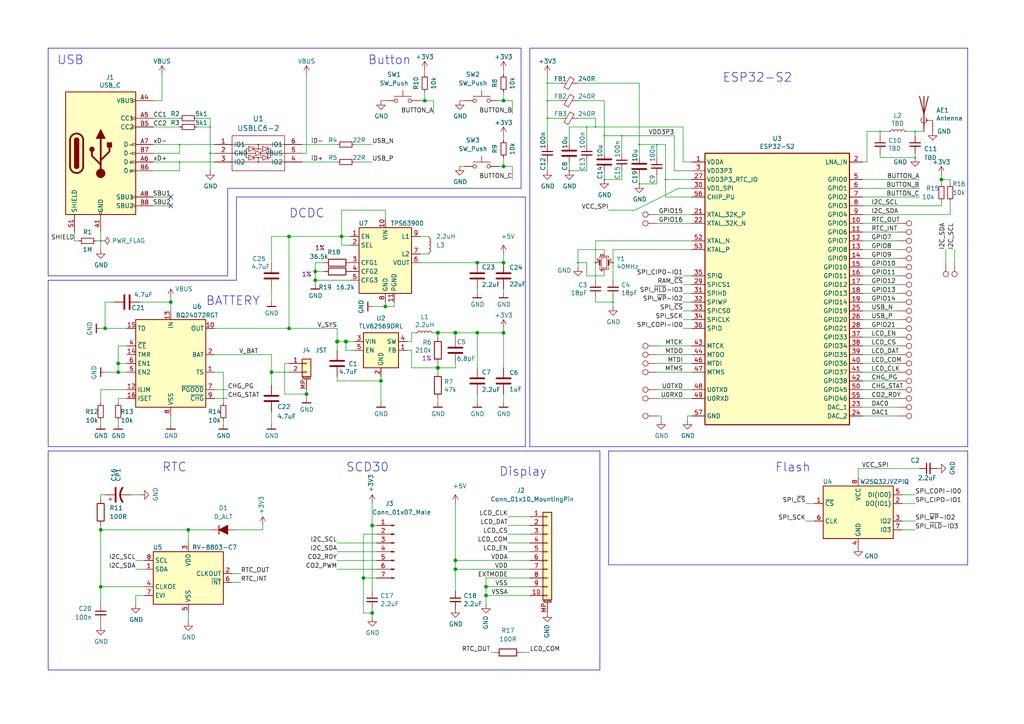
<source format=kicad_sch>
(kicad_sch (version 20230121) (generator eeschema)
  (paper "A4")
  (title_block (title "ESP32s2 CO2 Monitor") (date "2020-12-26") (rev "r1.0") (company "GsD - @gregdavill"))
  (bus_alias "GPDI" (members "CK_N" "CK_P" "D0_N" "D0_P" "D1_N" "D1_P" "D2_N" "D2_P"))
  (junction (at 185.42 41.91) (diameter 0.3048))
  (junction (at 170.18 36.83) (diameter 0.3048))
  (junction (at 146.05 29.21) (diameter 0.9144))
  (junction (at 99.06 68.58) (diameter 0.9144))
  (junction (at 29.21 153.67) (diameter 0.9144))
  (junction (at 146.05 76.2) (diameter 0.9144))
  (junction (at 29.21 69.85) (diameter 0.3048))
  (junction (at 140.97 170.18) (diameter 0.9144))
  (junction (at 132.08 165.1) (diameter 0.9144))
  (junction (at 175.26 39.37) (diameter 0.3048))
  (junction (at 146.05 96.52) (diameter 0.9144))
  (junction (at 123.19 29.21) (diameter 0.9144))
  (junction (at 167.64 76.2) (diameter 0.3048))
  (junction (at 91.44 78.74) (diameter 0.9144))
  (junction (at 146.05 48.26) (diameter 0.9144))
  (junction (at 78.74 107.95) (diameter 0.9144))
  (junction (at 30.48 95.25) (diameter 0.9144))
  (junction (at 140.97 172.72) (diameter 0.9144))
  (junction (at 34.29 107.95) (diameter 0.9144))
  (junction (at 100.33 99.06) (diameter 1.016))
  (junction (at 60.96 36.83) (diameter 0.3048))
  (junction (at 107.95 177.8) (diameter 0.9144))
  (junction (at 97.79 99.06) (diameter 1.016))
  (junction (at 91.44 81.28) (diameter 0.9144))
  (junction (at 158.75 24.13) (diameter 0.3048))
  (junction (at 127 96.52) (diameter 1))
  (junction (at 172.72 76.2) (diameter 0.3048))
  (junction (at 54.61 153.67) (diameter 0.9144))
  (junction (at 177.8 76.2) (diameter 0.3048))
  (junction (at 132.08 96.52) (diameter 1))
  (junction (at 158.75 34.29) (diameter 0.3048))
  (junction (at 265.43 45.72) (diameter 0.3048))
  (junction (at 107.95 152.4) (diameter 0.9144))
  (junction (at 127 106.68) (diameter 1.016))
  (junction (at 255.27 38.1) (diameter 0.3048))
  (junction (at 49.53 87.63) (diameter 0.9144))
  (junction (at 138.43 76.2) (diameter 0.9144))
  (junction (at 172.72 36.83) (diameter 0.3048))
  (junction (at 83.82 68.58) (diameter 0.9144))
  (junction (at 190.5 41.91) (diameter 0.3048))
  (junction (at 60.96 44.45) (diameter 0.3048))
  (junction (at 132.08 162.56) (diameter 0.9144))
  (junction (at 175.26 52.07) (diameter 0.3048))
  (junction (at 185.42 53.34) (diameter 0.3048))
  (junction (at 158.75 29.21) (diameter 0.3048))
  (junction (at 105.41 167.64) (diameter 0.9144))
  (junction (at 273.05 52.07) (diameter 0.9144))
  (junction (at 193.04 52.07) (diameter 0.3048))
  (junction (at 265.43 38.1) (diameter 0.3048))
  (junction (at 138.43 96.52) (diameter 0.9144))
  (junction (at 52.07 41.91) (diameter 0.3048))
  (junction (at 52.07 46.99) (diameter 0.3048))
  (junction (at 177.8 87.63) (diameter 0.3048))
  (junction (at 110.49 110.49) (diameter 0.9144))
  (junction (at 165.1 49.53) (diameter 0.3048))
  (junction (at 83.82 95.25) (diameter 0.9144))
  (junction (at 180.34 39.37) (diameter 0.3048))
  (junction (at 111.76 88.9) (diameter 0.9144))
  (junction (at 34.29 105.41) (diameter 0.9144))
  (junction (at 88.9 114.3) (diameter 0.9144))
  (junction (at 29.21 170.18) (diameter 0.9144))
  (no_connect (at 49.53 59.69))
  (no_connect (at 49.53 57.15))
  (wire (pts (xy 273.05 59.69) (xy 273.05 58.42)))
  (wire (pts (xy 147.32 160.02) (xy 153.67 160.02)))
  (wire (pts (xy 191.77 120.65) (xy 191.77 121.92)))
  (wire (pts (xy 200.66 82.55) (xy 198.12 82.55)))
  (wire (pts (xy 44.45 49.53) (xy 52.07 49.53)))
  (wire (pts (xy 91.44 81.28) (xy 91.44 82.55)))
  (wire (pts (xy 184.15 60.96) (xy 196.85 54.61)))
  (wire (pts (xy 125.73 96.52) (xy 127 96.52)))
  (wire (pts (xy 127 115.57) (xy 127 116.84)))
  (wire (pts (xy 275.59 52.07) (xy 275.59 53.34)))
  (wire (pts (xy 165.1 49.53) (xy 170.18 49.53)))
  (wire (pts (xy 127 96.52) (xy 132.08 96.52)))
  (wire (pts (xy 250.19 77.47) (xy 260.35 77.47)))
  (wire (pts (xy 273.05 52.07) (xy 273.05 53.34)))
  (wire (pts (xy 165.1 46.99) (xy 165.1 49.53)))
  (wire (pts (xy 251.46 38.1) (xy 255.27 38.1)))
  (wire (pts (xy 87.63 44.45) (xy 88.9 44.45)))
  (wire (pts (xy 177.8 87.63) (xy 177.8 88.9)))
  (wire (pts (xy 193.04 57.15) (xy 193.04 52.07)))
  (wire (pts (xy 36.83 115.57) (xy 34.29 115.57)))
  (wire (pts (xy 52.07 46.99) (xy 62.23 46.99)))
  (wire (pts (xy 146.05 73.66) (xy 146.05 76.2)))
  (wire (pts (xy 36.83 100.33) (xy 34.29 100.33)))
  (wire (pts (xy 34.29 105.41) (xy 34.29 107.95)))
  (wire (pts (xy 52.07 44.45) (xy 52.07 41.91)))
  (wire (pts (xy 190.5 41.91) (xy 190.5 45.72)))
  (wire (pts (xy 185.42 53.34) (xy 190.5 53.34)))
  (wire (pts (xy 185.42 45.72) (xy 185.42 41.91)))
  (wire (pts (xy 165.1 36.83) (xy 170.18 36.83)))
  (wire (pts (xy 54.61 177.8) (xy 54.61 180.34)))
  (wire (pts (xy 21.59 67.31) (xy 21.59 69.85)))
  (wire (pts (xy 111.76 29.21) (xy 110.49 29.21)))
  (wire (pts (xy 111.76 60.96) (xy 99.06 60.96)))
  (wire (pts (xy 250.19 57.15) (xy 266.7 57.15)))
  (wire (pts (xy 36.83 113.03) (xy 29.21 113.03)))
  (polyline (pts (xy 176.53 130.81) (xy 280.67 130.81)) (stroke (width 0) (type solid)))
  (wire (pts (xy 146.05 39.37) (xy 146.05 40.64)))
  (wire (pts (xy 200.66 87.63) (xy 198.12 87.63)))
  (wire (pts (xy 110.49 109.22) (xy 110.49 110.49)))
  (wire (pts (xy 132.08 146.05) (xy 132.08 162.56)))
  (wire (pts (xy 105.41 167.64) (xy 109.22 167.64)))
  (wire (pts (xy 29.21 113.03) (xy 29.21 116.84)))
  (wire (pts (xy 60.96 153.67) (xy 54.61 153.67)))
  (wire (pts (xy 52.07 41.91) (xy 62.23 41.91)))
  (wire (pts (xy 119.38 96.52) (xy 120.65 96.52)))
  (wire (pts (xy 200.66 95.25) (xy 198.12 95.25)))
  (wire (pts (xy 132.08 96.52) (xy 138.43 96.52)))
  (polyline (pts (xy 152.4 80.01) (xy 152.4 57.15)) (stroke (width 0) (type solid)))
  (polyline (pts (xy 13.97 194.31) (xy 13.97 130.81)) (stroke (width 0) (type solid)))
  (polyline (pts (xy 152.4 129.54) (xy 113.03 129.54)) (stroke (width 0) (type solid)))
  (wire (pts (xy 127 106.68) (xy 119.38 106.68)))
  (wire (pts (xy 67.31 168.91) (xy 69.85 168.91)))
  (wire (pts (xy 82.55 114.3) (xy 88.9 114.3)))
  (wire (pts (xy 250.19 46.99) (xy 251.46 46.99)))
  (wire (pts (xy 39.37 165.1) (xy 41.91 165.1)))
  (wire (pts (xy 261.62 146.05) (xy 265.43 146.05)))
  (polyline (pts (xy 113.03 194.31) (xy 13.97 194.31)) (stroke (width 0) (type solid)))
  (wire (pts (xy 196.85 54.61) (xy 200.66 54.61)))
  (wire (pts (xy 190.5 115.57) (xy 200.66 115.57)))
  (wire (pts (xy 274.32 76.2) (xy 274.32 72.39)))
  (wire (pts (xy 82.55 105.41) (xy 82.55 114.3)))
  (wire (pts (xy 107.95 177.8) (xy 107.95 176.53)))
  (wire (pts (xy 261.62 151.13) (xy 265.43 151.13)))
  (wire (pts (xy 105.41 177.8) (xy 107.95 177.8)))
  (polyline (pts (xy 13.97 13.97) (xy 151.13 13.97)) (stroke (width 0) (type solid)))
  (wire (pts (xy 138.43 76.2) (xy 146.05 76.2)))
  (wire (pts (xy 132.08 165.1) (xy 153.67 165.1)))
  (wire (pts (xy 175.26 29.21) (xy 175.26 39.37)))
  (wire (pts (xy 151.13 189.23) (xy 153.67 189.23)))
  (wire (pts (xy 111.76 63.5) (xy 111.76 60.96)))
  (wire (pts (xy 78.74 68.58) (xy 78.74 76.2)))
  (wire (pts (xy 147.32 152.4) (xy 153.67 152.4)))
  (wire (pts (xy 167.64 29.21) (xy 175.26 29.21)))
  (wire (pts (xy 250.19 69.85) (xy 260.35 69.85)))
  (wire (pts (xy 127 105.41) (xy 127 106.68)))
  (wire (pts (xy 102.87 101.6) (xy 100.33 101.6)))
  (wire (pts (xy 97.79 162.56) (xy 109.22 162.56)))
  (wire (pts (xy 190.5 100.33) (xy 200.66 100.33)))
  (wire (pts (xy 38.1 143.51) (xy 40.64 143.51)))
  (polyline (pts (xy 151.13 13.97) (xy 151.13 54.61)) (stroke (width 0) (type solid)))
  (wire (pts (xy 44.45 34.29) (xy 52.07 34.29)))
  (wire (pts (xy 132.08 165.1) (xy 132.08 162.56)))
  (wire (pts (xy 170.18 80.01) (xy 170.18 76.2)))
  (polyline (pts (xy 151.13 54.61) (xy 66.04 54.61)) (stroke (width 0) (type solid)))
  (wire (pts (xy 175.26 44.45) (xy 175.26 39.37)))
  (wire (pts (xy 78.74 107.95) (xy 78.74 111.76)))
  (wire (pts (xy 91.44 78.74) (xy 93.98 78.74)))
  (wire (pts (xy 99.06 71.12) (xy 99.06 68.58)))
  (wire (pts (xy 250.19 97.79) (xy 260.35 97.79)))
  (wire (pts (xy 255.27 39.37) (xy 255.27 38.1)))
  (polyline (pts (xy 13.97 81.28) (xy 13.97 129.54)) (stroke (width 0) (type solid)))
  (wire (pts (xy 29.21 153.67) (xy 29.21 170.18)))
  (wire (pts (xy 119.38 99.06) (xy 118.11 99.06)))
  (wire (pts (xy 119.38 96.52) (xy 119.38 99.06)))
  (wire (pts (xy 195.58 49.53) (xy 200.66 49.53)))
  (wire (pts (xy 138.43 96.52) (xy 138.43 106.68)))
  (wire (pts (xy 101.6 71.12) (xy 99.06 71.12)))
  (wire (pts (xy 44.45 57.15) (xy 49.53 57.15)))
  (wire (pts (xy 265.43 44.45) (xy 265.43 45.72)))
  (wire (pts (xy 177.8 81.28) (xy 177.8 76.2)))
  (wire (pts (xy 144.78 29.21) (xy 146.05 29.21)))
  (wire (pts (xy 200.66 80.01) (xy 198.12 80.01)))
  (wire (pts (xy 49.53 120.65) (xy 49.53 123.19)))
  (wire (pts (xy 91.44 76.2) (xy 91.44 78.74)))
  (wire (pts (xy 172.72 69.85) (xy 200.66 69.85)))
  (wire (pts (xy 199.39 120.65) (xy 200.66 120.65)))
  (wire (pts (xy 97.79 110.49) (xy 110.49 110.49)))
  (wire (pts (xy 54.61 153.67) (xy 29.21 153.67)))
  (polyline (pts (xy 280.67 13.97) (xy 280.67 129.54)) (stroke (width 0) (type solid)))
  (polyline (pts (xy 66.04 54.61) (xy 66.04 80.01)) (stroke (width 0) (type solid)))
  (wire (pts (xy 158.75 49.53) (xy 158.75 46.99)))
  (wire (pts (xy 198.12 46.99) (xy 198.12 36.83)))
  (wire (pts (xy 36.83 105.41) (xy 34.29 105.41)))
  (wire (pts (xy 261.62 143.51) (xy 265.43 143.51)))
  (wire (pts (xy 121.92 29.21) (xy 123.19 29.21)))
  (wire (pts (xy 78.74 68.58) (xy 83.82 68.58)))
  (polyline (pts (xy 152.4 130.81) (xy 152.4 130.81)) (stroke (width 0) (type solid)))
  (wire (pts (xy 193.04 52.07) (xy 193.04 41.91)))
  (wire (pts (xy 44.45 29.21) (xy 46.99 29.21)))
  (wire (pts (xy 172.72 76.2) (xy 172.72 69.85)))
  (wire (pts (xy 146.05 48.26) (xy 148.59 48.26)))
  (wire (pts (xy 29.21 144.78) (xy 29.21 143.51)))
  (wire (pts (xy 110.49 110.49) (xy 110.49 116.84)))
  (wire (pts (xy 30.48 95.25) (xy 36.83 95.25)))
  (wire (pts (xy 190.5 102.87) (xy 200.66 102.87)))
  (wire (pts (xy 177.8 72.39) (xy 200.66 72.39)))
  (wire (pts (xy 78.74 107.95) (xy 78.74 102.87)))
  (wire (pts (xy 60.96 34.29) (xy 60.96 36.83)))
  (wire (pts (xy 97.79 95.25) (xy 97.79 99.06)))
  (wire (pts (xy 83.82 95.25) (xy 97.79 95.25)))
  (wire (pts (xy 172.72 87.63) (xy 177.8 87.63)))
  (wire (pts (xy 64.77 107.95) (xy 62.23 107.95)))
  (wire (pts (xy 44.45 46.99) (xy 52.07 46.99)))
  (wire (pts (xy 250.19 82.55) (xy 260.35 82.55)))
  (wire (pts (xy 138.43 96.52) (xy 146.05 96.52)))
  (wire (pts (xy 30.48 107.95) (xy 34.29 107.95)))
  (polyline (pts (xy 152.4 57.15) (xy 113.03 57.15)) (stroke (width 0) (type solid)))
  (wire (pts (xy 76.2 153.67) (xy 76.2 152.4)))
  (wire (pts (xy 195.58 49.53) (xy 195.58 39.37)))
  (wire (pts (xy 123.19 20.32) (xy 123.19 21.59)))
  (wire (pts (xy 167.64 72.39) (xy 175.26 72.39)))
  (wire (pts (xy 97.79 165.1) (xy 109.22 165.1)))
  (wire (pts (xy 250.19 120.65) (xy 260.35 120.65)))
  (wire (pts (xy 54.61 153.67) (xy 54.61 157.48)))
  (wire (pts (xy 158.75 29.21) (xy 158.75 34.29)))
  (wire (pts (xy 105.41 154.94) (xy 109.22 154.94)))
  (wire (pts (xy 44.45 41.91) (xy 52.07 41.91)))
  (wire (pts (xy 158.75 24.13) (xy 162.56 24.13)))
  (wire (pts (xy 276.86 76.2) (xy 276.86 72.39)))
  (wire (pts (xy 49.53 87.63) (xy 49.53 90.17)))
  (polyline (pts (xy 153.67 129.54) (xy 153.67 13.97)) (stroke (width 0) (type solid)))
  (wire (pts (xy 123.19 29.21) (xy 123.19 26.67)))
  (wire (pts (xy 125.73 29.21) (xy 125.73 33.02)))
  (polyline (pts (xy 152.4 80.01) (xy 152.4 129.54)) (stroke (width 0) (type solid)))
  (wire (pts (xy 250.19 95.25) (xy 260.35 95.25)))
  (wire (pts (xy 57.15 34.29) (xy 60.96 34.29)))
  (polyline (pts (xy 153.67 13.97) (xy 280.67 13.97)) (stroke (width 0) (type solid)))
  (polyline (pts (xy 280.67 129.54) (xy 153.67 129.54)) (stroke (width 0) (type solid)))
  (wire (pts (xy 265.43 38.1) (xy 265.43 39.37)))
  (wire (pts (xy 250.19 59.69) (xy 273.05 59.69)))
  (wire (pts (xy 78.74 119.38) (xy 78.74 123.19)))
  (wire (pts (xy 175.26 52.07) (xy 180.34 52.07)))
  (wire (pts (xy 97.79 99.06) (xy 97.79 101.6)))
  (wire (pts (xy 34.29 115.57) (xy 34.29 116.84)))
  (wire (pts (xy 250.19 90.17) (xy 260.35 90.17)))
  (wire (pts (xy 167.64 24.13) (xy 185.42 24.13)))
  (wire (pts (xy 121.92 73.66) (xy 124.46 73.66)))
  (wire (pts (xy 68.58 153.67) (xy 76.2 153.67)))
  (wire (pts (xy 177.8 72.39) (xy 177.8 76.2)))
  (wire (pts (xy 62.23 44.45) (xy 60.96 44.45)))
  (wire (pts (xy 148.59 29.21) (xy 148.59 33.02)))
  (wire (pts (xy 185.42 41.91) (xy 190.5 41.91)))
  (wire (pts (xy 195.58 39.37) (xy 180.34 39.37)))
  (wire (pts (xy 175.26 39.37) (xy 180.34 39.37)))
  (wire (pts (xy 200.66 92.71) (xy 198.12 92.71)))
  (wire (pts (xy 233.68 151.13) (xy 236.22 151.13)))
  (wire (pts (xy 30.48 87.63) (xy 30.48 95.25)))
  (wire (pts (xy 105.41 154.94) (xy 105.41 167.64)))
  (wire (pts (xy 255.27 45.72) (xy 265.43 45.72)))
  (wire (pts (xy 250.19 52.07) (xy 266.7 52.07)))
  (wire (pts (xy 190.5 50.8) (xy 190.5 53.34)))
  (polyline (pts (xy 13.97 81.28) (xy 68.58 81.28)) (stroke (width 0) (type solid)))
  (wire (pts (xy 172.72 86.36) (xy 172.72 87.63)))
  (polyline (pts (xy 280.67 130.81) (xy 280.67 163.83)) (stroke (width 0) (type solid)))
  (wire (pts (xy 193.04 41.91) (xy 190.5 41.91)))
  (wire (pts (xy 200.66 64.77) (xy 190.5 64.77)))
  (wire (pts (xy 52.07 49.53) (xy 52.07 46.99)))
  (polyline (pts (xy 13.97 80.01) (xy 13.97 13.97)) (stroke (width 0) (type solid)))
  (wire (pts (xy 250.19 67.31) (xy 260.35 67.31)))
  (wire (pts (xy 250.19 110.49) (xy 260.35 110.49)))
  (wire (pts (xy 146.05 83.82) (xy 146.05 85.09)))
  (wire (pts (xy 62.23 102.87) (xy 78.74 102.87)))
  (wire (pts (xy 233.68 146.05) (xy 236.22 146.05)))
  (wire (pts (xy 29.21 121.92) (xy 29.21 123.19)))
  (wire (pts (xy 49.53 86.36) (xy 49.53 87.63)))
  (wire (pts (xy 40.64 87.63) (xy 49.53 87.63)))
  (wire (pts (xy 134.62 48.26) (xy 133.35 48.26)))
  (wire (pts (xy 83.82 105.41) (xy 82.55 105.41)))
  (wire (pts (xy 172.72 81.28) (xy 172.72 76.2)))
  (wire (pts (xy 29.21 143.51) (xy 30.48 143.51)))
  (wire (pts (xy 146.05 48.26) (xy 146.05 45.72)))
  (polyline (pts (xy 113.03 194.31) (xy 173.99 194.31)) (stroke (width 0) (type solid)))
  (wire (pts (xy 146.05 95.25) (xy 146.05 96.52)))
  (wire (pts (xy 44.45 44.45) (xy 52.07 44.45)))
  (wire (pts (xy 261.62 153.67) (xy 265.43 153.67)))
  (wire (pts (xy 200.66 62.23) (xy 190.5 62.23)))
  (wire (pts (xy 250.19 115.57) (xy 260.35 115.57)))
  (wire (pts (xy 87.63 46.99) (xy 97.79 46.99)))
  (wire (pts (xy 119.38 106.68) (xy 119.38 101.6)))
  (wire (pts (xy 250.19 102.87) (xy 260.35 102.87)))
  (wire (pts (xy 107.95 152.4) (xy 109.22 152.4)))
  (wire (pts (xy 193.04 57.15) (xy 200.66 57.15)))
  (wire (pts (xy 121.92 68.58) (xy 124.46 68.58)))
  (polyline (pts (xy 113.03 57.15) (xy 68.58 57.15)) (stroke (width 0) (type solid)))
  (wire (pts (xy 180.34 49.53) (xy 180.34 52.07)))
  (wire (pts (xy 132.08 105.41) (xy 132.08 106.68)))
  (wire (pts (xy 165.1 41.91) (xy 165.1 36.83)))
  (wire (pts (xy 91.44 78.74) (xy 91.44 81.28)))
  (wire (pts (xy 146.05 29.21) (xy 148.59 29.21)))
  (wire (pts (xy 158.75 24.13) (xy 158.75 29.21)))
  (wire (pts (xy 29.21 69.85) (xy 29.21 72.39)))
  (wire (pts (xy 138.43 114.3) (xy 138.43 116.84)))
  (wire (pts (xy 41.91 170.18) (xy 29.21 170.18)))
  (wire (pts (xy 100.33 101.6) (xy 100.33 99.06)))
  (wire (pts (xy 172.72 34.29) (xy 172.72 36.83)))
  (wire (pts (xy 62.23 95.25) (xy 83.82 95.25)))
  (wire (pts (xy 29.21 95.25) (xy 30.48 95.25)))
  (wire (pts (xy 39.37 162.56) (xy 41.91 162.56)))
  (wire (pts (xy 29.21 152.4) (xy 29.21 153.67)))
  (wire (pts (xy 255.27 38.1) (xy 257.81 38.1)))
  (wire (pts (xy 21.59 69.85) (xy 22.86 69.85)))
  (wire (pts (xy 250.19 118.11) (xy 260.35 118.11)))
  (wire (pts (xy 60.96 44.45) (xy 60.96 49.53)))
  (wire (pts (xy 170.18 36.83) (xy 170.18 41.91)))
  (wire (pts (xy 250.19 87.63) (xy 260.35 87.63)))
  (wire (pts (xy 127 106.68) (xy 127 107.95)))
  (wire (pts (xy 132.08 106.68) (xy 127 106.68)))
  (wire (pts (xy 147.32 149.86) (xy 153.67 149.86)))
  (wire (pts (xy 88.9 114.3) (xy 88.9 113.03)))
  (wire (pts (xy 190.5 105.41) (xy 200.66 105.41)))
  (wire (pts (xy 250.19 62.23) (xy 275.59 62.23)))
  (wire (pts (xy 34.29 100.33) (xy 34.29 105.41)))
  (wire (pts (xy 248.92 135.89) (xy 248.92 138.43)))
  (wire (pts (xy 199.39 121.92) (xy 199.39 120.65)))
  (wire (pts (xy 190.5 113.03) (xy 200.66 113.03)))
  (wire (pts (xy 170.18 76.2) (xy 167.64 76.2)))
  (wire (pts (xy 107.95 146.05) (xy 107.95 152.4)))
  (wire (pts (xy 100.33 99.06) (xy 102.87 99.06)))
  (wire (pts (xy 121.92 76.2) (xy 138.43 76.2)))
  (wire (pts (xy 99.06 68.58) (xy 101.6 68.58)))
  (wire (pts (xy 41.91 172.72) (xy 39.37 172.72)))
  (wire (pts (xy 200.66 90.17) (xy 198.12 90.17)))
  (wire (pts (xy 255.27 44.45) (xy 255.27 45.72)))
  (wire (pts (xy 146.05 20.32) (xy 146.05 21.59)))
  (wire (pts (xy 87.63 41.91) (xy 97.79 41.91)))
  (wire (pts (xy 102.87 46.99) (xy 107.95 46.99)))
  (wire (pts (xy 127 96.52) (xy 127 97.79)))
  (wire (pts (xy 147.32 154.94) (xy 153.67 154.94)))
  (wire (pts (xy 97.79 99.06) (xy 100.33 99.06)))
  (wire (pts (xy 46.99 29.21) (xy 46.99 21.59)))
  (wire (pts (xy 273.05 50.8) (xy 273.05 52.07)))
  (wire (pts (xy 107.95 88.9) (xy 111.76 88.9)))
  (wire (pts (xy 190.5 107.95) (xy 200.66 107.95)))
  (wire (pts (xy 132.08 96.52) (xy 132.08 97.79)))
  (wire (pts (xy 78.74 83.82) (xy 78.74 87.63)))
  (wire (pts (xy 146.05 29.21) (xy 146.05 26.67)))
  (polyline (pts (xy 152.4 130.81) (xy 113.03 130.81)) (stroke (width 0) (type solid)))
  (wire (pts (xy 114.3 87.63) (xy 114.3 88.9)))
  (wire (pts (xy 83.82 107.95) (xy 78.74 107.95)))
  (wire (pts (xy 102.87 41.91) (xy 107.95 41.91)))
  (wire (pts (xy 250.19 85.09) (xy 260.35 85.09)))
  (wire (pts (xy 97.79 157.48) (xy 109.22 157.48)))
  (wire (pts (xy 119.38 101.6) (xy 118.11 101.6)))
  (wire (pts (xy 175.26 80.01) (xy 170.18 80.01)))
  (wire (pts (xy 132.08 162.56) (xy 153.67 162.56)))
  (wire (pts (xy 64.77 116.84) (xy 64.77 107.95)))
  (wire (pts (xy 83.82 68.58) (xy 83.82 95.25)))
  (wire (pts (xy 175.26 49.53) (xy 175.26 52.07)))
  (wire (pts (xy 44.45 59.69) (xy 49.53 59.69)))
  (wire (pts (xy 29.21 175.26) (xy 29.21 170.18)))
  (wire (pts (xy 33.02 87.63) (xy 30.48 87.63)))
  (wire (pts (xy 175.26 78.74) (xy 175.26 80.01)))
  (wire (pts (xy 200.66 85.09) (xy 198.12 85.09)))
  (wire (pts (xy 158.75 21.59) (xy 158.75 24.13)))
  (polyline (pts (xy 13.97 130.81) (xy 113.03 130.81)) (stroke (width 0.152) (type solid)))
  (wire (pts (xy 200.66 46.99) (xy 198.12 46.99)))
  (polyline (pts (xy 66.04 80.01) (xy 13.97 80.01)) (stroke (width 0) (type solid)))
  (wire (pts (xy 107.95 179.07) (xy 107.95 177.8)))
  (wire (pts (xy 111.76 87.63) (xy 111.76 88.9)))
  (wire (pts (xy 144.78 48.26) (xy 146.05 48.26)))
  (wire (pts (xy 107.95 152.4) (xy 107.95 171.45)))
  (wire (pts (xy 153.67 167.64) (xy 140.97 167.64)))
  (wire (pts (xy 91.44 81.28) (xy 101.6 81.28)))
  (wire (pts (xy 34.29 121.92) (xy 34.29 123.19)))
  (wire (pts (xy 170.18 46.99) (xy 170.18 49.53)))
  (wire (pts (xy 67.31 166.37) (xy 69.85 166.37)))
  (wire (pts (xy 34.29 107.95) (xy 36.83 107.95)))
  (wire (pts (xy 250.19 80.01) (xy 260.35 80.01)))
  (wire (pts (xy 250.19 72.39) (xy 260.35 72.39)))
  (wire (pts (xy 273.05 52.07) (xy 275.59 52.07)))
  (wire (pts (xy 140.97 170.18) (xy 153.67 170.18)))
  (wire (pts (xy 275.59 58.42) (xy 275.59 62.23)))
  (wire (pts (xy 99.06 60.96) (xy 99.06 68.58)))
  (wire (pts (xy 250.19 92.71) (xy 260.35 92.71)))
  (wire (pts (xy 200.66 52.07) (xy 193.04 52.07)))
  (wire (pts (xy 170.18 36.83) (xy 172.72 36.83)))
  (wire (pts (xy 146.05 114.3) (xy 146.05 116.84)))
  (wire (pts (xy 142.24 189.23) (xy 143.51 189.23)))
  (wire (pts (xy 167.64 34.29) (xy 172.72 34.29)))
  (wire (pts (xy 262.89 38.1) (xy 265.43 38.1)))
  (wire (pts (xy 250.19 100.33) (xy 260.35 100.33)))
  (wire (pts (xy 60.96 36.83) (xy 60.96 44.45)))
  (wire (pts (xy 114.3 88.9) (xy 111.76 88.9)))
  (wire (pts (xy 250.19 54.61) (xy 266.7 54.61)))
  (wire (pts (xy 140.97 167.64) (xy 140.97 170.18)))
  (polyline (pts (xy 113.03 129.54) (xy 13.97 129.54)) (stroke (width 0) (type solid)))
  (wire (pts (xy 190.5 120.65) (xy 191.77 120.65)))
  (wire (pts (xy 250.19 105.41) (xy 260.35 105.41)))
  (wire (pts (xy 158.75 34.29) (xy 158.75 41.91)))
  (wire (pts (xy 57.15 36.83) (xy 60.96 36.83)))
  (wire (pts (xy 251.46 46.99) (xy 251.46 38.1)))
  (wire (pts (xy 185.42 50.8) (xy 185.42 53.34)))
  (wire (pts (xy 97.79 109.22) (xy 97.79 110.49)))
  (wire (pts (xy 140.97 172.72) (xy 140.97 175.26)))
  (wire (pts (xy 62.23 115.57) (xy 66.04 115.57)))
  (wire (pts (xy 177.8 87.63) (xy 177.8 86.36)))
  (polyline (pts (xy 68.58 81.28) (xy 68.58 57.15)) (stroke (width 0) (type solid)))
  (wire (pts (xy 64.77 121.92) (xy 64.77 123.19)))
  (wire (pts (xy 44.45 36.83) (xy 52.07 36.83)))
  (wire (pts (xy 198.12 36.83) (xy 172.72 36.83)))
  (wire (pts (xy 27.94 69.85) (xy 29.21 69.85)))
  (wire (pts (xy 175.26 72.39) (xy 175.26 73.66)))
  (wire (pts (xy 250.19 113.03) (xy 260.35 113.03)))
  (wire (pts (xy 88.9 115.57) (xy 88.9 114.3)))
  (wire (pts (xy 167.64 77.47) (xy 167.64 76.2)))
  (wire (pts (xy 248.92 135.89) (xy 266.7 135.89)))
  (wire (pts (xy 265.43 38.1) (xy 267.97 38.1)))
  (wire (pts (xy 138.43 83.82) (xy 138.43 85.09)))
  (wire (pts (xy 97.79 160.02) (xy 109.22 160.02)))
  (wire (pts (xy 167.64 76.2) (xy 167.64 72.39)))
  (wire (pts (xy 140.97 172.72) (xy 153.67 172.72)))
  (polyline (pts (xy 173.99 130.81) (xy 152.4 130.81)) (stroke (width 0) (type solid)))
  (polyline (pts (xy 173.99 194.31) (xy 173.99 130.81)) (stroke (width 0) (type solid)))
  (wire (pts (xy 180.34 39.37) (xy 180.34 44.45)))
  (wire (pts (xy 176.53 60.96) (xy 184.15 60.96)))
  (wire (pts (xy 250.19 107.95) (xy 260.35 107.95)))
  (wire (pts (xy 250.19 74.93) (xy 260.35 74.93)))
  (wire (pts (xy 185.42 24.13) (xy 185.42 41.91)))
  (wire (pts (xy 147.32 157.48) (xy 153.67 157.48)))
  (wire (pts (xy 39.37 172.72) (xy 39.37 175.26)))
  (wire (pts (xy 29.21 69.85) (xy 29.21 67.31)))
  (wire (pts (xy 29.21 180.34) (xy 29.21 181.61)))
  (wire (pts (xy 148.59 48.26) (xy 148.59 52.07)))
  (wire (pts (xy 123.19 29.21) (xy 125.73 29.21)))
  (wire (pts (xy 146.05 96.52) (xy 146.05 106.68)))
  (wire (pts (xy 88.9 44.45) (xy 88.9 21.59)))
  (polyline (pts (xy 176.53 163.83) (xy 176.53 130.81)) (stroke (width 0) (type solid)))
  (wire (pts (xy 105.41 167.64) (xy 105.41 177.8)))
  (wire (pts (xy 99.06 68.58) (xy 83.82 68.58)))
  (wire (pts (xy 132.08 165.1) (xy 132.08 171.45)))
  (wire (pts (xy 62.23 113.03) (xy 66.04 113.03)))
  (wire (pts (xy 140.97 170.18) (xy 140.97 172.72)))
  (wire (pts (xy 134.62 29.21) (xy 133.35 29.21)))
  (wire (pts (xy 158.75 34.29) (xy 162.56 34.29)))
  (wire (pts (xy 250.19 64.77) (xy 260.35 64.77)))
  (polyline (pts (xy 280.67 163.83) (xy 176.53 163.83)) (stroke (width 0) (type solid)))
  (wire (pts (xy 158.75 29.21) (xy 162.56 29.21)))
  (wire (pts (xy 93.98 76.2) (xy 91.44 76.2)))
  (text "RTC" (at 46.99 137.16 0) (effects (font (size 2.54 2.54)) (justify left bottom)))
  (text "USB" (at 16.51 19.05 0) (effects (font (size 2.54 2.54)) (justify left bottom)))
  (text "DCDC" (at 83.82 63.5 0) (effects (font (size 2.54 2.54)) (justify left bottom)))
  (text "Flash" (at 224.79 137.16 0) (effects (font (size 2.54 2.54)) (justify left bottom)))
  (text "Button" (at 106.68 19.05 0) (effects (font (size 2.54 2.54)) (justify left bottom)))
  (text "SCD30" (at 100.33 137.16 0) (effects (font (size 2.54 2.54)) (justify left bottom)))
  (text "ESP32-S2\n" (at 209.55 24.13 0) (effects (font (size 2.54 2.54)) (justify left bottom)))
  (text "BATTERY" (at 59.69 88.9 0) (effects (font (size 2.54 2.54)) (justify left bottom)))
  (text "Display" (at 144.78 138.43 0) (effects (font (size 2.54 2.54)) (justify left bottom)))
  (label "CHG_PG" (at 252.73 110.49 0))
  (label "xD-" (at 44.45 41.91 0))
  (label "LCD_CS" (at 252.73 100.33 0))
  (label "GPIO10" (at 252.73 77.47 0))
  (label "SPI_COPI-IO0" (at 265.43 143.51 0))
  (label "RTC_OUT" (at 252.73 64.77 0))
  (label "BUTTON_C" (at 148.59 52.07 180))
  (label "LCD_DAT" (at 252.73 102.87 0))
  (label "xD+" (at 44.45 46.99 0))
  (label "BUTTON_A" (at 125.73 33.02 180))
  (label "MTDO" (at 198.12 102.87 180))
  (label "VSSA" (at 147.32 172.72 180))
  (label "SPI_~{WP}-IO2" (at 265.43 151.13 0))
  (label "LCD_EN" (at 147.32 160.02 180))
  (label "CHG_STAT" (at 66.04 115.57 0))
  (label "GPIO8" (at 252.73 72.39 0))
  (label "LCD_DAT" (at 147.32 152.4 180))
  (label "RTC_INT" (at 252.73 67.31 0))
  (label "MTDI" (at 198.12 105.41 180))
  (label "SBU2" (at 49.53 59.69 180))
  (label "I2C_SDA" (at 274.32 72.39 90))
  (label "GPIO7" (at 252.73 69.85 0))
  (label "VDDA" (at 147.32 162.56 180))
  (label "GPIO16" (at 198.12 64.77 180))
  (label "SPI_~{HLD}-IO3" (at 198.12 85.09 180))
  (label "CO2_RDY" (at 252.73 115.57 0))
  (label "GPIO13" (at 252.73 85.09 0))
  (label "iD-" (at 90.17 41.91 0))
  (label "SPI_CIPO-IO1" (at 198.12 80.01 180))
  (label "EXTMODE" (at 147.32 167.64 180))
  (label "SPI_~{WP}-IO2" (at 198.12 87.63 180))
  (label "I2C_SCL" (at 276.86 72.39 90))
  (label "CO2_RDY" (at 97.79 162.56 180))
  (label "I2C_SDA" (at 252.73 62.23 0))
  (label "LCD_CLK" (at 147.32 149.86 180))
  (label "RAM_~{CS}" (at 198.12 82.55 180))
  (label "U0RXD" (at 198.12 115.57 180))
  (label "CC1" (at 44.45 34.29 0))
  (label "BUTTON_A" (at 266.7 52.07 180))
  (label "CC2" (at 44.45 36.83 0))
  (label "BUTTON_B" (at 148.59 33.02 180))
  (label "GPIO11" (at 252.73 80.01 0))
  (label "CHG_PG" (at 66.04 113.03 0))
  (label "I2C_SCL" (at 39.37 162.56 180))
  (label "I2C_SDA" (at 39.37 165.1 180))
  (label "USB_P" (at 107.95 46.99 0))
  (label "SPI_~{CS}" (at 198.12 90.17 180))
  (label "LCD_EN" (at 252.73 97.79 0))
  (label "LCD_CS" (at 147.32 154.94 180))
  (label "VSS" (at 147.32 170.18 180))
  (label "U0TXD" (at 198.12 113.03 180))
  (label "SPI_~{HLD}-IO3" (at 265.43 153.67 0))
  (label "LCD_COM" (at 153.67 189.23 0))
  (label "iD+" (at 90.17 46.99 0))
  (label "LCD_COM" (at 252.73 105.41 0))
  (label "SPI_~{CS}" (at 233.68 146.05 180))
  (label "RTC_OUT" (at 142.24 189.23 180))
  (label "SPI_SCK" (at 233.68 151.13 180))
  (label "GPIO9" (at 252.73 74.93 0))
  (label "CHG_STAT" (at 252.73 113.03 0))
  (label "USB_N" (at 252.73 90.17 0))
  (label "V_BAT" (at 74.93 102.87 180))
  (label "RTC_OUT" (at 69.85 166.37 0))
  (label "I2C_SCL" (at 252.73 59.69 0))
  (label "VDD" (at 147.32 165.1 180))
  (label "SHIELD" (at 21.59 69.85 180))
  (label "USB_P" (at 252.73 92.71 0))
  (label "SBU1" (at 49.53 57.15 180))
  (label "V_SYS" (at 97.79 95.25 180))
  (label "DAC0" (at 252.73 118.11 0))
  (label "GPIO15" (at 198.12 62.23 180))
  (label "I2C_SDA" (at 97.79 160.02 180))
  (label "BUTTON_C" (at 266.7 57.15 180))
  (label "MTCK" (at 198.12 100.33 180))
  (label "SPI_SCK" (at 198.12 92.71 180))
  (label "CO2_PWM" (at 97.79 165.1 180))
  (label "GPIO21" (at 252.73 95.25 0))
  (label "BUTTON_B" (at 266.7 54.61 180))
  (label "SPI_CIPO-IO1" (at 265.43 146.05 0))
  (label "MTMS" (at 198.12 107.95 180))
  (label "RTC_INT" (at 69.85 168.91 0))
  (label "VCC_SPI" (at 257.81 135.89 180))
  (label "VDD3P3" (at 195.58 39.37 180))
  (label "USB_N" (at 107.95 41.91 0))
  (label "GPIO12" (at 252.73 82.55 0))
  (label "LCD_COM" (at 147.32 157.48 180))
  (label "DAC1" (at 252.73 120.65 0))
  (label "VCC_SPI" (at 176.53 60.96 180))
  (label "SPI_COPI-IO0" (at 198.12 95.25 180))
  (label "GPIO14" (at 252.73 87.63 0))
  (label "LCD_CLK" (at 252.73 107.95 0))
  (label "I2C_SCL" (at 97.79 157.48 180))
  (symbol (lib_id "Connector:TestPoint") (at 260.35 85.09 270) (unit 1) (in_bom no)
    (property "Reference" "TP18" (effects hide))
    (property "Value" "TestPoint" (effects hide))
    (property "Footprint" "TestPoint:TestPoint_Pad_D1.5mm" (effects hide))
  )
  (symbol (lib_id "power:+5V") (at 146.05 73.66 0) (unit 1)
    (property "Reference" "#PWR0140" (effects hide))
    (property "Value" "+5V" (at 147.32 68.58 0))
  )
  (symbol (lib_id "icebreaker-bitsy-rescue:pkl_C_Small-pkl_device") (at 158.75 44.45 0) (mirror y) (unit 1)
    (property "Reference" "C12" (at 157.48 49.53 90) (effects (justify left)))
    (property "Value" "100n" (at 157.48 43.18 90) (effects (justify left)))
    (property "Footprint" "Capacitor_SMD:C_0402_1005Metric" (effects hide))
    (property "Mfg" "Yageo" (effects hide))
    (property "PN" "CC0402ZRY5V7BB104" (effects hide))
  )
  (symbol (lib_id "Memory_Flash:W25Q32JVSS") (at 248.92 148.59 0) (unit 1)
    (property "Reference" "U4" (at 240.03 139.7 0))
    (property "Value" "W25Q32JVZPIQ" (at 256.54 139.7 0))
    (property "Footprint" "Package_SON:WSON-8-1EP_6x5mm_P1.27mm_EP3.4x4mm" (effects hide))
    (property "Datasheet" "http://www.winbond.com/resource-files/w25q32jv%20revg%2003272018%20plus.pdf" (effects hide))
    (property "Mfg" "Winbond Electronics" (effects hide))
    (property "PN" "W25Q32JVZPIQ" (effects hide))
  )
  (symbol (lib_name "Device:R_1") (lib_id "Device:R") (at 97.79 76.2 90) (unit 1)
    (property "Reference" "R18" (at 98.8187 73.152 90) (effects (justify left)))
    (property "Value" "36.5k" (at 95.25 74.422 90) (effects (justify left)))
    (property "Footprint" "Resistor_SMD:R_0402_1005Metric" (effects hide))
    (property "PN" "RC0402FR-07210KL" (effects hide))
    (property "Mfg" "Yageo" (effects hide))
    (property "Tol" "1%" (at 94.2213 71.882 90) (effects (justify left)))
  )
  (symbol (lib_name "Device:L_Small_1") (lib_id "Device:L_Small") (at 260.35 38.1 90) (unit 1)
    (property "Reference" "L2" (at 260.35 33.5088 90))
    (property "Value" "TBD" (at 260.35 35.8075 90))
    (property "Footprint" "Inductor_SMD:L_0402_1005Metric" (effects hide))
  )
  (symbol (lib_id "Connector:TestPoint") (at 260.35 77.47 270) (unit 1) (in_bom no)
    (property "Reference" "TP15" (effects hide))
    (property "Value" "TestPoint" (effects hide))
    (property "Footprint" "TestPoint:TestPoint_Pad_D1.5mm" (effects hide))
  )
  (symbol (lib_id "Connector_Generic_MountingPin:Conn_01x10_MountingPin") (at 158.75 160.02 0) (unit 1)
    (property "Reference" "J2" (at 149.86 142.24 0) (effects (justify left)))
    (property "Value" "Conn_01x10_MountingPin" (at 142.24 144.78 0) (effects (justify left)))
    (property "Footprint" "gsd-footprints:Hirose_FH33-10S-0.5SH_1x10-1MP_P0.50mm_Horizontal" (effects hide))
  )
  (symbol (lib_id "power:+3V3") (at 123.19 20.32 0) (unit 1)
    (property "Reference" "#PWR0139" (effects hide))
    (property "Value" "+3V3" (at 123.19 16.51 0))
  )
  (symbol (lib_id "icebreaker-bitsy-rescue:pkl_R_Small-pkl_device") (at 273.05 55.88 180) (unit 1)
    (property "Reference" "R15" (at 270.51 54.61 0))
    (property "Value" "10k" (at 269.24 57.15 0))
    (property "Footprint" "Resistor_SMD:R_0402_1005Metric" (effects hide))
    (property "Mfg" "Yageo" (effects hide))
    (property "PN" "RC0402FR-0710KL" (effects hide))
  )
  (symbol (lib_id "Device:C") (at 146.05 110.49 0) (mirror y) (unit 1)
    (property "Reference" "C6" (at 147.701 108.077 0) (effects (justify right)))
    (property "Value" "1uF" (at 147.701 112.903 0) (effects (justify right)))
    (property "Footprint" "Capacitor_SMD:C_0402_1005Metric" (effects hide))
    (property "Mfg" "Yageo" (effects hide))
    (property "PN" "CC0402KRX5R6BB105" (effects hide))
  )
  (symbol (lib_id "gkl_power:GND") (at 107.95 88.9 270) (unit 1)
    (property "Reference" "#PWR0108" (effects hide))
    (property "Value" "GND" (at 104.7496 88.9762 0))
  )
  (symbol (lib_id "Device:R") (at 29.21 148.59 0) (unit 1)
    (property "Reference" "R11" (at 31.75 147.32 0) (effects (justify left)))
    (property "Value" "100R" (at 31.75 149.86 0) (effects (justify left)))
    (property "Footprint" "Resistor_SMD:R_0402_1005Metric" (effects hide))
  )
  (symbol (lib_id "power:GND") (at 133.35 29.21 0) (unit 1)
    (property "Reference" "#PWR03" (effects hide))
    (property "Value" "GND" (at 133.477 33.6804 0))
  )
  (symbol (lib_id "Connector:USB_C_Receptacle_USB2.0") (at 29.21 44.45 0) (unit 1)
    (property "Reference" "J1" (at 31.9278 22.4282 0))
    (property "Value" "USB_C" (at 31.9278 24.7396 0))
    (property "Footprint" "pkl_connectors:USB_C_Receptacle_HRO_TYPE-C-31-M-12" (effects hide))
    (property "Datasheet" "https://www.usb.org/sites/default/files/documents/usb_type-c.zip" (effects hide))
    (property "Mfg" "GCT" (effects hide))
    (property "PN" "USB4105-GF-A" (effects hide))
  )
  (symbol (lib_id "Device:Ferrite_Bead_Small") (at 165.1 34.29 90) (unit 1)
    (property "Reference" "FB3" (at 162.56 33.02 90))
    (property "Value" "240R" (at 170.18 33.02 90))
    (property "Footprint" "Inductor_SMD:L_0402_1005Metric" (effects hide))
    (property "Mfg" "Murata Electronics" (effects hide))
    (property "PN" "BLM15BC241SN1D" (effects hide))
  )
  (symbol (lib_id "icebreaker-bitsy-rescue:pkl_C_Small-pkl_device") (at 107.95 173.99 0) (unit 1)
    (property "Reference" "C17" (at 110.2868 172.7962 0) (effects (justify left)))
    (property "Value" "2.2uF" (at 110.2868 175.1584 0) (effects (justify left)))
    (property "Footprint" "Capacitor_SMD:C_0402_1005Metric" (effects hide))
    (property "Mfg" "Yageo" (effects hide))
    (property "PN" "CC0402MRX5R5BB225" (effects hide))
  )
  (symbol (lib_id "Device:Crystal_GND24_Small") (at 175.26 76.2 180) (unit 1)
    (property "Reference" "Y1" (at 178.8161 75.0506 0) (effects (justify right)))
    (property "Value" "40MHz" (at 178.8161 77.3493 0) (effects (justify right)))
    (property "Footprint" "led-clock:Crystal_SMD_4Pin_2.0x1.6mm" (effects hide))
    (property "Mfg" "TKD" (effects hide))
    (property "PN" "SX20Y040000BC1T" (effects hide))
  )
  (symbol (lib_id "Connector:TestPoint") (at 190.5 113.03 90) (unit 1) (in_bom no)
    (property "Reference" "TP5" (effects hide))
    (property "Value" "TestPoint" (effects hide))
    (property "Footprint" "TestPoint:TestPoint_Pad_D1.5mm" (effects hide))
  )
  (symbol (lib_id "power:GND") (at 199.39 121.92 0) (unit 1)
    (property "Reference" "#PWR0107" (effects hide))
    (property "Value" "GND" (at 199.517 126.3904 0))
  )
  (symbol (lib_id "Switch:SW_Push") (at 139.7 29.21 0) (unit 1)
    (property "Reference" "SW2" (at 137.16 21.59 0))
    (property "Value" "SW_Push" (at 137.16 24.13 0))
    (property "Footprint" "Button_Switch_SMD:SW_SPST_PTS810" (effects hide))
  )
  (symbol (lib_id "Connector:TestPoint") (at 260.35 110.49 270) (unit 1) (in_bom no)
    (property "Reference" "TP28" (effects hide))
    (property "Value" "TestPoint" (effects hide))
    (property "Footprint" "TestPoint:TestPoint_Pad_D1.5mm" (effects hide))
  )
  (symbol (lib_id "Connector:TestPoint") (at 260.35 87.63 270) (unit 1) (in_bom no)
    (property "Reference" "TP19" (effects hide))
    (property "Value" "TestPoint" (effects hide))
    (property "Footprint" "TestPoint:TestPoint_Pad_D1.5mm" (effects hide))
  )
  (symbol (lib_id "power:GND") (at 158.75 49.53 0) (unit 1)
    (property "Reference" "#PWR0118" (effects hide))
    (property "Value" "GND" (at 158.877 54.0004 0))
  )
  (symbol (lib_id "gkl_power:GND") (at 110.49 116.84 0) (unit 1)
    (property "Reference" "#PWR0112" (effects hide))
    (property "Value" "GND" (at 110.5662 120.0404 0))
  )
  (symbol (lib_id "power:+3V3") (at 273.05 50.8 0) (unit 1)
    (property "Reference" "#PWR0129" (effects hide))
    (property "Value" "+3V3" (at 273.05 46.99 0))
  )
  (symbol (lib_id "power:PWR_FLAG") (at 29.21 69.85 270) (unit 1)
    (property "Reference" "#FLG0101" (effects hide))
    (property "Value" "PWR_FLAG" (at 32.4612 69.85 90) (effects (justify left)))
  )
  (symbol (lib_id "icebreaker-bitsy-rescue:pkl_R_Small-pkl_device") (at 123.19 24.13 180) (unit 1)
    (property "Reference" "R10" (at 120.65 24.13 90))
    (property "Value" "10k" (at 125.73 24.13 90))
    (property "Footprint" "Resistor_SMD:R_0402_1005Metric" (effects hide))
    (property "Mfg" "Yageo" (effects hide))
    (property "PN" "RC0402FR-0710KL" (effects hide))
  )
  (symbol (lib_id "gkl_power:GND") (at 34.29 123.19 0) (unit 1)
    (property "Reference" "#PWR0120" (effects hide))
    (property "Value" "GND" (at 34.3662 126.3904 0))
  )
  (symbol (lib_id "Connector:TestPoint") (at 274.32 76.2 180) (unit 1) (in_bom no)
    (property "Reference" "TP8" (effects hide))
    (property "Value" "TestPoint" (effects hide))
    (property "Footprint" "TestPoint:TestPoint_Pad_D1.5mm" (effects hide))
  )
  (symbol (lib_id "gkl_power:GND") (at 146.05 85.09 0) (unit 1)
    (property "Reference" "#PWR0135" (effects hide))
    (property "Value" "GND" (at 146.1262 88.2904 0))
  )
  (symbol (lib_id "Connector:TestPoint") (at 260.35 74.93 270) (unit 1) (in_bom no)
    (property "Reference" "TP14" (effects hide))
    (property "Value" "TestPoint" (effects hide))
    (property "Footprint" "TestPoint:TestPoint_Pad_D1.5mm" (effects hide))
  )
  (symbol (lib_id "Battery_Management:BQ24072RGT") (at 49.53 105.41 0) (unit 1)
    (property "Reference" "U6" (at 57.15 88.9 0))
    (property "Value" "BQ24072RGT" (at 57.15 91.44 0))
    (property "Footprint" "Package_DFN_QFN:VQFN-16-1EP_3x3mm_P0.5mm_EP1.6x1.6mm" (effects hide))
    (property "Datasheet" "http://www.ti.com/lit/ds/symlink/bq24072.pdf" (effects hide))
  )
  (symbol (lib_id "Connector:TestPoint") (at 190.5 115.57 90) (unit 1) (in_bom no)
    (property "Reference" "TP6" (effects hide))
    (property "Value" "TestPoint" (effects hide))
    (property "Footprint" "TestPoint:TestPoint_Pad_D1.5mm" (effects hide))
  )
  (symbol (lib_id "icebreaker-bitsy-rescue:pkl_R_Small-pkl_device") (at 54.61 34.29 270) (unit 1)
    (property "Reference" "R2" (at 50.8 33.02 90))
    (property "Value" "5k1" (at 58.42 33.02 90))
    (property "Footprint" "Resistor_SMD:R_0402_1005Metric" (effects hide))
    (property "Mfg" "Yageo" (effects hide))
    (property "PN" "RC0402FR-075K1L" (effects hide))
  )
  (symbol (lib_id "icebreaker-bitsy-rescue:pkl_R_Small-pkl_device") (at 64.77 119.38 180) (unit 1)
    (property "Reference" "R14" (at 62.23 119.38 0))
    (property "Value" "10k" (at 62.23 121.92 0))
    (property "Footprint" "Resistor_SMD:R_0402_1005Metric" (effects hide))
    (property "Mfg" "Yageo" (effects hide))
    (property "PN" "RC0402FR-0710KL" (effects hide))
  )
  (symbol (lib_id "Connector:TestPoint") (at 260.35 90.17 270) (unit 1) (in_bom no)
    (property "Reference" "TP20" (effects hide))
    (property "Value" "TestPoint" (effects hide))
    (property "Footprint" "TestPoint:TestPoint_Pad_D1.5mm" (effects hide))
  )
  (symbol (lib_id "icebreaker-bitsy-rescue:pkl_C_Small-pkl_device") (at 190.5 48.26 0) (mirror y) (unit 1)
    (property "Reference" "C9" (at 189.23 53.34 90) (effects (justify left)))
    (property "Value" "100n" (at 189.23 46.99 90) (effects (justify left)))
    (property "Footprint" "Capacitor_SMD:C_0402_1005Metric" (effects hide))
    (property "Mfg" "Yageo" (effects hide))
    (property "PN" "CC0402ZRY5V7BB104" (effects hide))
  )
  (symbol (lib_id "Device:C") (at 146.05 80.01 0) (mirror y) (unit 1)
    (property "Reference" "C24" (at 147.701 77.597 0) (effects (justify right)))
    (property "Value" "22uF" (at 147.701 82.423 0) (effects (justify right)))
    (property "Footprint" "Capacitor_SMD:C_0603_1608Metric" (effects hide))
    (property "Mfg" "Yageo" (effects hide))
    (property "PN" "CC0402KRX5R6BB105" (effects hide))
  )
  (symbol (lib_id "Connector:TestPoint") (at 260.35 92.71 270) (unit 1) (in_bom no)
    (property "Reference" "TP21" (effects hide))
    (property "Value" "TestPoint" (effects hide))
    (property "Footprint" "TestPoint:TestPoint_Pad_D1.5mm" (effects hide))
  )
  (symbol (lib_id "obsidian-boa:ESP32-S2") (at 224.79 81.28 0) (unit 1)
    (property "Reference" "U3" (at 225.425 40.2017 0))
    (property "Value" "ESP32-S2" (at 225.425 42.5004 0))
    (property "Footprint" "Package_DFN_QFN:QFN-56-1EP_7x7mm_P0.4mm_EP5.6x5.6mm" (effects hide))
    (property "Mfg" "Espressif Systems" (effects hide))
    (property "PN" "ESP32-S2" (effects hide))
  )
  (symbol (lib_id "Device:L_Small") (at 123.19 96.52 90) (unit 1)
    (property "Reference" "L1" (at 123.19 91.9288 90))
    (property "Value" "2.2uH" (at 123.19 94.2275 90))
    (property "Footprint" "Inductor_SMD:L_0805_2012Metric" (effects hide))
    (property "Mfg" "Sunltech Tech" (effects hide))
    (property "PN" "SLM20122R2MIT" (effects hide))
  )
  (symbol (lib_id "power:GND") (at 107.95 179.07 0) (unit 1)
    (property "Reference" "#PWR012" (effects hide))
    (property "Value" "GND" (at 108.077 183.5404 0))
  )
  (symbol (lib_id "icebreaker-bitsy-rescue:pkl_C_Small-pkl_device") (at 177.8 83.82 0) (mirror x) (unit 1)
    (property "Reference" "C4" (at 180.1242 82.6706 0) (effects (justify left)))
    (property "Value" "18pF" (at 180.1242 84.9693 0) (effects (justify left)))
    (property "Footprint" "Capacitor_SMD:C_0402_1005Metric" (effects hide))
    (property "Mfg" "Yageo" (effects hide))
    (property "PN" "CC0402GRNPO9BN180" (effects hide))
  )
  (symbol (lib_name "Device:R_2") (lib_id "Device:R") (at 97.79 78.74 90) (unit 1)
    (property "Reference" "R19" (at 96.2787 83.312 90) (effects (justify left)))
    (property "Value" "16.2k" (at 102.87 83.312 90) (effects (justify left)))
    (property "Footprint" "Resistor_SMD:R_0402_1005Metric" (effects hide))
    (property "PN" "RC0402FR-07210KL" (effects hide))
    (property "Mfg" "Yageo" (effects hide))
    (property "Tol" "1%" (at 90.4113 79.502 90) (effects (justify left)))
  )
  (symbol (lib_id "Connector_Generic_MountingPin:Conn_01x02_MountingPin") (at 88.9 105.41 0) (unit 1)
    (property "Reference" "J4" (at 87.63 101.6 0) (effects (justify left)))
    (property "Value" "JST" (at 91.44 101.6 0) (effects (justify left)))
    (property "Footprint" "gsd-footprints:BM02B-GHS-TBT" (effects hide))
    (property "PN" "S2B-PH-SM4-TB(LF)(SN)" (effects hide))
    (property "Mfg" "JST Sales America Inc." (effects hide))
  )
  (symbol (lib_id "Connector:TestPoint") (at 260.35 95.25 270) (unit 1) (in_bom no)
    (property "Reference" "TP22" (effects hide))
    (property "Value" "TestPoint" (effects hide))
    (property "Footprint" "TestPoint:TestPoint_Pad_D1.5mm" (effects hide))
  )
  (symbol (lib_id "icebreaker-bitsy-rescue:pkl_C_Small-pkl_device") (at 180.34 46.99 0) (mirror y) (unit 1)
    (property "Reference" "C15" (at 179.07 52.07 90) (effects (justify left)))
    (property "Value" "100n" (at 179.07 45.72 90) (effects (justify left)))
    (property "Footprint" "Capacitor_SMD:C_0402_1005Metric" (effects hide))
    (property "Mfg" "Yageo" (effects hide))
    (property "PN" "CC0402ZRY5V7BB104" (effects hide))
  )
  (symbol (lib_id "gkl_power:GND") (at 64.77 123.19 0) (unit 1)
    (property "Reference" "#PWR0125" (effects hide))
    (property "Value" "GND" (at 64.8462 126.3904 0))
  )
  (symbol (lib_id "gkl_power:GND") (at 138.43 116.84 0) (unit 1)
    (property "Reference" "#PWR0134" (effects hide))
    (property "Value" "GND" (at 138.5062 120.0404 0))
  )
  (symbol (lib_id "gsd-kicad:RV-8803-C7") (at 54.61 167.64 0) (unit 1)
    (property "Reference" "U5" (at 45.72 158.75 0))
    (property "Value" "RV-8803-C7" (at 62.23 158.75 0))
    (property "Footprint" "Package_SON:RTC_SMD_MicroCrystal_C3_2.5x3.7mm" (effects hide))
    (property "Datasheet" "https://www.microcrystal.com/fileadmin/Media/Products/RTC/Datasheet/RV-1805-C3.pdf" (effects hide))
  )
  (symbol (lib_id "power:+3V3") (at 146.05 95.25 0) (unit 1)
    (property "Reference" "#PWR0136" (effects hide))
    (property "Value" "+3V3" (at 146.05 91.44 0))
  )
  (symbol (lib_id "Device:C") (at 78.74 80.01 0) (mirror y) (unit 1)
    (property "Reference" "C25" (at 77.089 75.057 0) (effects (justify left)))
    (property "Value" "4.7uF" (at 78.359 77.343 0) (effects (justify left)))
    (property "Footprint" "Capacitor_SMD:C_0402_1005Metric" (effects hide))
    (property "Mfg" "Yageo" (effects hide))
    (property "PN" "CC0402KRX5R6BB475" (effects hide))
  )
  (symbol (lib_id "Device:L_Small") (at 124.46 71.12 0) (unit 1)
    (property "Reference" "L3" (at 127.7812 71.12 0))
    (property "Value" "2.2uH" (at 129.2925 68.58 0))
    (property "Footprint" "Inductor_SMD:L_0805_2012Metric" (effects hide))
    (property "Mfg" "Sunltech Tech" (effects hide))
    (property "PN" "SLM20122R2MIT" (effects hide))
  )
  (symbol (lib_id "icebreaker-bitsy-rescue:pkl_R_Small-pkl_device") (at 100.33 41.91 270) (unit 1)
    (property "Reference" "R4" (at 96.52 40.64 90))
    (property "Value" "22R" (at 104.14 40.64 90))
    (property "Footprint" "Resistor_SMD:R_0402_1005Metric" (effects hide))
    (property "Mfg" "Yageo" (effects hide))
    (property "PN" "RC0402FR-0722RL" (effects hide))
  )
  (symbol (lib_id "Device:C") (at 132.08 101.6 0) (unit 1)
    (property "Reference" "C5" (at 132.4611 99.1806 0) (effects (justify left)))
    (property "Value" "6.8pF" (at 132.4611 104.0193 0) (effects (justify left)))
    (property "Footprint" "Capacitor_SMD:C_0402_1005Metric" (effects hide))
    (property "Mfg" "Yageo" (effects hide))
    (property "PN" "CC0402CRNPO9BN6R8" (effects hide))
  )
  (symbol (lib_id "power:GND") (at 110.49 29.21 0) (unit 1)
    (property "Reference" "#PWR0117" (effects hide))
    (property "Value" "GND" (at 110.617 33.6804 0))
  )
  (symbol (lib_id "Switch:SW_Push") (at 116.84 29.21 0) (unit 1)
    (property "Reference" "SW1" (at 114.3 21.59 0))
    (property "Value" "SW_Push" (at 114.3 24.13 0))
    (property "Footprint" "Button_Switch_SMD:SW_SPST_PTS810" (effects hide))
  )
  (symbol (lib_id "icebreaker-bitsy-rescue:pkl_C_Small-pkl_device") (at 255.27 41.91 0) (mirror y) (unit 1)
    (property "Reference" "C10" (at 257.5942 40.7606 0) (effects (justify right)))
    (property "Value" "TBD" (at 257.5942 43.0593 0) (effects (justify right)))
    (property "Footprint" "Capacitor_SMD:C_0402_1005Metric" (effects hide))
    (property "Source" "ANY" (effects hide))
  )
  (symbol (lib_id "Regulator_Switching:TLV62569DRL") (at 110.49 101.6 0) (unit 1)
    (property "Reference" "U2" (at 110.49 92.3098 0))
    (property "Value" "TLV62569DRL" (at 110.49 94.6085 0))
    (property "Footprint" "led-clock:SOT-666" (effects hide))
    (property "Datasheet" "http://www.ti.com/lit/ds/symlink/tlv62569.pdf" (effects hide))
    (property "Mfg" "Texas Instruments" (effects hide))
    (property "PN" "TLV62569DRLR" (effects hide))
  )
  (symbol (lib_id "power:GND") (at 132.08 176.53 0) (unit 1)
    (property "Reference" "#PWR011" (effects hide))
    (property "Value" "GND" (at 132.207 181.0004 0))
  )
  (symbol (lib_id "icebreaker-bitsy-rescue:pkl_R_Small-pkl_device") (at 146.05 24.13 180) (unit 1)
    (property "Reference" "R8" (at 143.51 24.13 90))
    (property "Value" "10k" (at 148.59 24.13 90))
    (property "Footprint" "Resistor_SMD:R_0402_1005Metric" (effects hide))
    (property "Mfg" "Yageo" (effects hide))
    (property "PN" "RC0402FR-0710KL" (effects hide))
  )
  (symbol (lib_id "Device:C") (at 36.83 87.63 90) (mirror x) (unit 1)
    (property "Reference" "C21" (at 42.037 89.281 90) (effects (justify left)))
    (property "Value" "4.7uF" (at 44.323 85.471 90) (effects (justify left)))
    (property "Footprint" "Capacitor_SMD:C_0402_1005Metric" (effects hide))
    (property "Mfg" "Yageo" (effects hide))
    (property "PN" "CC0402KRX5R6BB475" (effects hide))
  )
  (symbol (lib_id "power:GND") (at 39.37 175.26 0) (unit 1)
    (property "Reference" "#PWR010" (effects hide))
    (property "Value" "GND" (at 39.497 179.7304 0))
  )
  (symbol (lib_id "icebreaker-bitsy-rescue:pkl_C_Small-pkl_device") (at 265.43 41.91 0) (mirror y) (unit 1)
    (property "Reference" "C11" (at 267.97 43.18 0) (effects (justify right)))
    (property "Value" "TBD" (at 267.97 45.72 0) (effects (justify right)))
    (property "Footprint" "Capacitor_SMD:C_0402_1005Metric" (effects hide))
    (property "Source" "ANY" (effects hide))
  )
  (symbol (lib_id "icebreaker-bitsy-rescue:pkl_R_Small-pkl_device") (at 29.21 119.38 180) (unit 1)
    (property "Reference" "R12" (at 26.67 119.38 0))
    (property "Value" "10k" (at 26.67 121.92 0))
    (property "Footprint" "Resistor_SMD:R_0402_1005Metric" (effects hide))
    (property "Mfg" "Yageo" (effects hide))
    (property "PN" "RC0402FR-0710KL" (effects hide))
  )
  (symbol (lib_name "Device:R_4") (lib_id "Device:R") (at 127 111.76 180) (unit 1)
    (property "Reference" "R7" (at 128.7781 110.7313 0) (effects (justify right)))
    (property "Value" "47k" (at 128.7781 113.03 0) (effects (justify right)))
    (property "Footprint" "Resistor_SMD:R_0402_1005Metric" (effects hide))
    (property "PN" "RC0402FR-0747KL" (effects hide))
    (property "Mfg" "Yageo" (effects hide))
  )
  (symbol (lib_id "Switch:SW_Push") (at 139.7 48.26 0) (unit 1)
    (property "Reference" "SW3" (at 137.16 40.64 0))
    (property "Value" "SW_Push" (at 137.16 43.18 0))
    (property "Footprint" "Button_Switch_SMD:SW_SPST_PTS810" (effects hide))
  )
  (symbol (lib_id "Connector:TestPoint") (at 260.35 100.33 270) (unit 1) (in_bom no)
    (property "Reference" "TP24" (effects hide))
    (property "Value" "TestPoint" (effects hide))
    (property "Footprint" "TestPoint:TestPoint_Pad_D1.5mm" (effects hide))
  )
  (symbol (lib_id "Connector:TestPoint") (at 190.5 62.23 90) (mirror x) (unit 1) (in_bom no)
    (property "Reference" "TP33" (effects hide))
    (property "Value" "TestPoint" (effects hide))
    (property "Footprint" "TestPoint:TestPoint_Pad_D1.5mm" (effects hide))
  )
  (symbol (lib_id "Connector:TestPoint") (at 260.35 107.95 270) (unit 1) (in_bom no)
    (property "Reference" "TP27" (effects hide))
    (property "Value" "TestPoint" (effects hide))
    (property "Footprint" "TestPoint:TestPoint_Pad_D1.5mm" (effects hide))
  )
  (symbol (lib_id "power:GND") (at 29.21 181.61 0) (unit 1)
    (property "Reference" "#PWR014" (effects hide))
    (property "Value" "GND" (at 29.337 186.0804 0))
  )
  (symbol (lib_id "icebreaker-bitsy-rescue:USBLC6-2-pkl_misc") (at 74.93 44.45 0) (unit 1)
    (property "Reference" "U1" (at 74.93 34.417 0) (effects (font (size 1.524 1.524))))
    (property "Value" "USBLC6-2" (at 74.93 37.211 0) (effects (font (size 1.524 1.524))))
    (property "Footprint" "led-clock:SOT-666" (effects hide))
    (property "Mfg" "STMicroelectronics" (effects hide))
    (property "PN" "USBLC6-2P6" (effects hide))
  )
  (symbol (lib_id "Device:CP1") (at 34.29 143.51 90) (unit 1)
    (property "Reference" "C16" (at 33.02 139.7 0) (effects (justify left)))
    (property "Value" "CP1" (at 34.29 139.7 0) (effects (justify left)))
    (property "Footprint" "Battery:BatteryHolder_Seiko_MS621F" (effects hide))
    (property "PN" "DCK-3R3E224U-E" (effects hide))
    (property "MFG" "Elna America" (effects hide))
  )
  (symbol (lib_id "power:GND") (at 270.51 38.1 0) (unit 1)
    (property "Reference" "#PWR0102" (effects hide))
    (property "Value" "GND" (at 271.78 38.1 0) (effects (justify left)))
  )
  (symbol (lib_id "Connector:TestPoint") (at 190.5 120.65 90) (unit 1) (in_bom no)
    (property "Reference" "TP7" (effects hide))
    (property "Value" "TestPoint" (effects hide))
    (property "Footprint" "TestPoint:TestPoint_Pad_D1.5mm" (effects hide))
  )
  (symbol (lib_id "Device:Ferrite_Bead_Small") (at 165.1 29.21 90) (unit 1)
    (property "Reference" "FB2" (at 162.56 27.94 90))
    (property "Value" "240R" (at 170.18 27.94 90))
    (property "Footprint" "Inductor_SMD:L_0402_1005Metric" (effects hide))
    (property "Mfg" "Murata Electronics" (effects hide))
    (property "PN" "BLM15BC241SN1D" (effects hide))
  )
  (symbol (lib_id "Connector:TestPoint") (at 190.5 102.87 90) (unit 1) (in_bom no)
    (property "Reference" "TP2" (effects hide))
    (property "Value" "TestPoint" (effects hide))
    (property "Footprint" "TestPoint:TestPoint_Pad_D1.5mm" (effects hide))
  )
  (symbol (lib_id "gkl_power:GND") (at 49.53 123.19 0) (unit 1)
    (property "Reference" "#PWR0121" (effects hide))
    (property "Value" "GND" (at 49.6062 126.3904 0))
  )
  (symbol (lib_id "power:GND") (at 140.97 175.26 0) (mirror y) (unit 1)
    (property "Reference" "#PWR0109" (effects hide))
    (property "Value" "GND" (at 140.843 178.5112 90) (effects (justify right)))
  )
  (symbol (lib_id "power:VBUS") (at 46.99 21.59 0) (unit 1)
    (property "Reference" "#PWR0104" (effects hide))
    (property "Value" "VBUS" (at 46.99 17.78 0))
  )
  (symbol (lib_id "icebreaker-bitsy-rescue:pkl_C_Small-pkl_device") (at 132.08 173.99 0) (unit 1)
    (property "Reference" "C18" (at 134.4168 172.7962 0) (effects (justify left)))
    (property "Value" "2.2uF" (at 134.4168 175.1584 0) (effects (justify left)))
    (property "Footprint" "Capacitor_SMD:C_0402_1005Metric" (effects hide))
    (property "Mfg" "Yageo" (effects hide))
    (property "PN" "CC0402MRX5R5BB225" (effects hide))
  )
  (symbol (lib_id "power:GND") (at 167.64 77.47 0) (unit 1)
    (property "Reference" "#PWR0119" (effects hide))
    (property "Value" "GND" (at 165.735 78.4225 0) (effects (justify right)))
  )
  (symbol (lib_id "icebreaker-bitsy-rescue:pkl_C_Small-pkl_device") (at 170.18 44.45 0) (mirror y) (unit 1)
    (property "Reference" "C13" (at 168.91 49.53 90) (effects (justify left)))
    (property "Value" "100n" (at 168.91 43.18 90) (effects (justify left)))
    (property "Footprint" "Capacitor_SMD:C_0402_1005Metric" (effects hide))
    (property "Mfg" "Yageo" (effects hide))
    (property "PN" "CC0402ZRY5V7BB104" (effects hide))
  )
  (symbol (lib_id "gkl_power:GND") (at 78.74 123.19 0) (unit 1)
    (property "Reference" "#PWR0114" (effects hide))
    (property "Value" "GND" (at 78.8162 126.3904 0))
  )
  (symbol (lib_id "gkl_power:GND") (at 138.43 85.09 0) (unit 1)
    (property "Reference" "#PWR0133" (effects hide))
    (property "Value" "GND" (at 138.5062 88.2904 0))
  )
  (symbol (lib_id "Device:D_ALT") (at 64.77 153.67 0) (unit 1)
    (property "Reference" "D1" (at 64.77 147.32 0))
    (property "Value" "D_ALT" (at 64.77 149.86 0))
    (property "Footprint" "Diode_SMD:D_SOD-523" (effects hide))
  )
  (symbol (lib_id "power:+5V") (at 132.08 146.05 0) (unit 1)
    (property "Reference" "#PWR0131" (effects hide))
    (property "Value" "+5V" (at 133.35 140.97 0))
  )
  (symbol (lib_id "Connector:TestPoint") (at 260.35 118.11 270) (unit 1) (in_bom no)
    (property "Reference" "TP31" (effects hide))
    (property "Value" "TestPoint" (effects hide))
    (property "Footprint" "TestPoint:TestPoint_Pad_D1.5mm" (effects hide))
  )
  (symbol (lib_id "power:+3V3") (at 158.75 21.59 0) (unit 1)
    (property "Reference" "#PWR043" (effects hide))
    (property "Value" "+3V3" (at 158.75 17.78 0))
  )
  (symbol (lib_id "gsd-kicad:TPS63900") (at 111.76 76.2 0) (unit 1)
    (property "Reference" "U7" (at 105.41 64.77 0))
    (property "Value" "TPS63900" (at 118.11 64.77 0))
    (property "Footprint" "Package_SON:WSON-10-1EP_2.5x2.5mm_P0.5mm_EP1.2x2mm_ThermalVias" (effects hide))
    (property "Datasheet" "https://www.ti.com/lit/gpn/tps63900" (effects hide))
  )
  (symbol (lib_id "gkl_power:GND") (at 88.9 115.57 0) (unit 1)
    (property "Reference" "#PWR0111" (effects hide))
    (property "Value" "GND" (at 88.9762 118.7704 0))
  )
  (symbol (lib_id "Connector:TestPoint") (at 190.5 100.33 90) (unit 1) (in_bom no)
    (property "Reference" "TP1" (effects hide))
    (property "Value" "TestPoint" (effects hide))
    (property "Footprint" "TestPoint:TestPoint_Pad_D1.5mm" (effects hide))
  )
  (symbol (lib_id "icebreaker-bitsy-rescue:pkl_R_Small-pkl_device") (at 100.33 46.99 270) (unit 1)
    (property "Reference" "R5" (at 96.52 45.72 90))
    (property "Value" "22R" (at 104.14 45.72 90))
    (property "Footprint" "Resistor_SMD:R_0402_1005Metric" (effects hide))
    (property "Mfg" "Yageo" (effects hide))
    (property "PN" "RC0402FR-0722RL" (effects hide))
  )
  (symbol (lib_id "gkl_power:GND") (at 29.21 95.25 270) (unit 1)
    (property "Reference" "#PWR0126" (effects hide))
    (property "Value" "GND" (at 26.0096 95.3262 0))
  )
  (symbol (lib_id "Connector:TestPoint") (at 276.86 76.2 180) (unit 1) (in_bom no)
    (property "Reference" "TP9" (effects hide))
    (property "Value" "TestPoint" (effects hide))
    (property "Footprint" "TestPoint:TestPoint_Pad_D1.5mm" (effects hide))
  )
  (symbol (lib_id "power:GND") (at 165.1 49.53 0) (unit 1)
    (property "Reference" "#PWR0138" (effects hide))
    (property "Value" "GND" (at 165.227 54.0004 0))
  )
  (symbol (lib_id "icebreaker-bitsy-rescue:pkl_R_Small-pkl_device") (at 275.59 55.88 180) (unit 1)
    (property "Reference" "R16" (at 278.13 53.34 0))
    (property "Value" "10k" (at 278.13 55.88 0))
    (property "Footprint" "Resistor_SMD:R_0402_1005Metric" (effects hide))
    (property "Mfg" "Yageo" (effects hide))
    (property "PN" "RC0402FR-0710KL" (effects hide))
  )
  (symbol (lib_id "Connector:TestPoint") (at 260.35 97.79 270) (unit 1) (in_bom no)
    (property "Reference" "TP23" (effects hide))
    (property "Value" "TestPoint" (effects hide))
    (property "Footprint" "TestPoint:TestPoint_Pad_D1.5mm" (effects hide))
  )
  (symbol (lib_id "Connector:TestPoint") (at 190.5 64.77 90) (mirror x) (unit 1) (in_bom no)
    (property "Reference" "TP34" (effects hide))
    (property "Value" "TestPoint" (effects hide))
    (property "Footprint" "TestPoint:TestPoint_Pad_D1.5mm" (effects hide))
  )
  (symbol (lib_id "Device:Antenna_Shield") (at 267.97 33.02 0) (unit 1)
    (property "Reference" "AE1" (at 271.5261 31.9976 0) (effects (justify left)))
    (property "Value" "Antenna" (at 271.5261 34.2963 0) (effects (justify left)))
    (property "Footprint" "RF_Antenna:Texas_SWRA117D_2.4GHz_Left" (effects hide))
    (property "Mfg" "Sunlord" (effects hide))
    (property "PN" "SLDA31-2R400G-S2TF" (effects hide))
  )
  (symbol (lib_id "Device:C") (at 97.79 105.41 0) (mirror y) (unit 1)
    (property "Reference" "C1" (at 103.759 105.537 0) (effects (justify left)))
    (property "Value" "4.7uF" (at 103.759 107.823 0) (effects (justify left)))
    (property "Footprint" "Capacitor_SMD:C_0402_1005Metric" (effects hide))
    (property "Mfg" "Yageo" (effects hide))
    (property "PN" "CC0402KRX5R6BB475" (effects hide))
  )
  (symbol (lib_id "gkl_power:GND") (at 29.21 123.19 0) (unit 1)
    (property "Reference" "#PWR0115" (effects hide))
    (property "Value" "GND" (at 29.2862 126.3904 0))
  )
  (symbol (lib_id "power:GND") (at 158.75 177.8 0) (mirror y) (unit 1)
    (property "Reference" "#PWR0110" (effects hide))
    (property "Value" "GND" (at 158.623 181.0512 90) (effects (justify right)))
  )
  (symbol (lib_id "icebreaker-bitsy-rescue:pkl_C_Small-pkl_device") (at 29.21 177.8 0) (mirror y) (unit 1)
    (property "Reference" "C20" (at 26.67 176.53 0) (effects (justify left)))
    (property "Value" "100n" (at 26.67 179.07 0) (effects (justify left)))
    (property "Footprint" "Capacitor_SMD:C_0402_1005Metric" (effects hide))
    (property "Mfg" "Yageo" (effects hide))
    (property "PN" "CC0402ZRY5V7BB104" (effects hide))
  )
  (symbol (lib_id "icebreaker-bitsy-rescue:pkl_C-pkl_device") (at 175.26 46.99 0) (mirror y) (unit 1)
    (property "Reference" "C14" (at 173.99 52.07 90) (effects (justify left)))
    (property "Value" "10u" (at 173.99 45.72 90) (effects (justify left)))
    (property "Footprint" "Capacitor_SMD:C_0603_1608Metric" (effects hide))
    (property "Mfg" "Yageo" (effects hide))
    (property "PN" "CC0603KRX5R5BB106" (effects hide))
  )
  (symbol (lib_id "power:GND") (at 177.8 88.9 0) (unit 1)
    (property "Reference" "#PWR0101" (effects hide))
    (property "Value" "GND" (at 177.927 93.3704 0))
  )
  (symbol (lib_id "power:GND") (at 133.35 48.26 0) (unit 1)
    (property "Reference" "#PWR04" (effects hide))
    (property "Value" "GND" (at 133.477 52.7304 0))
  )
  (symbol (lib_id "gkl_power:GND") (at 146.05 116.84 0) (unit 1)
    (property "Reference" "#PWR0116" (effects hide))
    (property "Value" "GND" (at 146.1262 120.0404 0))
  )
  (symbol (lib_id "Connector:TestPoint") (at 260.35 82.55 270) (unit 1) (in_bom no)
    (property "Reference" "TP17" (effects hide))
    (property "Value" "TestPoint" (effects hide))
    (property "Footprint" "TestPoint:TestPoint_Pad_D1.5mm" (effects hide))
  )
  (symbol (lib_id "power:+3V3") (at 107.95 146.05 0) (mirror y) (unit 1)
    (property "Reference" "#PWR08" (effects hide))
    (property "Value" "+3V3" (at 107.569 142.7988 90) (effects (justify left)))
  )
  (symbol (lib_id "Connector:TestPoint") (at 260.35 67.31 270) (unit 1) (in_bom no)
    (property "Reference" "TP11" (effects hide))
    (property "Value" "TestPoint" (effects hide))
    (property "Footprint" "TestPoint:TestPoint_Pad_D1.5mm" (effects hide))
  )
  (symbol (lib_id "power:GND") (at 60.96 49.53 0) (unit 1)
    (property "Reference" "#PWR0103" (effects hide))
    (property "Value" "GND" (at 61.087 54.0004 0))
  )
  (symbol (lib_id "power:GND") (at 248.92 158.75 0) (unit 1)
    (property "Reference" "#PWR0132" (effects hide))
    (property "Value" "GND" (at 252.73 161.29 0))
  )
  (symbol (lib_id "icebreaker-bitsy-rescue:pkl_C_Small-pkl_device") (at 269.24 135.89 90) (unit 1)
    (property "Reference" "C2" (at 266.7762 133.5532 90) (effects (justify left)))
    (property "Value" "2.2uF" (at 271.6784 138.6332 90) (effects (justify left)))
    (property "Footprint" "Capacitor_SMD:C_0402_1005Metric" (effects hide))
    (property "Mfg" "Yageo" (effects hide))
    (property "PN" "CC0402MRX5R5BB225" (effects hide))
  )
  (symbol (lib_id "icebreaker-bitsy-rescue:pkl_R_Small-pkl_device") (at 34.29 119.38 180) (unit 1)
    (property "Reference" "R13" (at 36.83 119.38 0))
    (property "Value" "10k" (at 36.83 121.92 0))
    (property "Footprint" "Resistor_SMD:R_0402_1005Metric" (effects hide))
    (property "Mfg" "Yageo" (effects hide))
    (property "PN" "RC0402FR-0710KL" (effects hide))
  )
  (symbol (lib_name "Device:C_2") (lib_id "Device:C") (at 138.43 80.01 0) (unit 1)
    (property "Reference" "C23" (at 139.7 77.47 0) (effects (justify left)))
    (property "Value" "2.2uF" (at 139.7 82.55 0) (effects (justify left)))
    (property "Footprint" "Capacitor_SMD:C_0402_1005Metric" (effects hide))
    (property "Mfg" "Yageo" (effects hide))
    (property "PN" "CC0402MRX5R5BB225" (effects hide))
  )
  (symbol (lib_id "gkl_power:GND") (at 30.48 107.95 270) (unit 1)
    (property "Reference" "#PWR0127" (effects hide))
    (property "Value" "GND" (at 27.2796 108.0262 0))
  )
  (symbol (lib_name "Device:R_3") (lib_id "Device:R") (at 127 101.6 180) (unit 1)
    (property "Reference" "R6" (at 125.222 99.3013 0) (effects (justify left)))
    (property "Value" "210k" (at 125.222 101.6 0) (effects (justify left)))
    (property "Footprint" "Resistor_SMD:R_0402_1005Metric" (effects hide))
    (property "PN" "RC0402FR-07210KL" (effects hide))
    (property "Mfg" "Yageo" (effects hide))
    (property "Tol" "1%" (at 125.222 103.8987 0) (effects (justify left)))
  )
  (symbol (lib_id "power:+3V3") (at 146.05 39.37 0) (unit 1)
    (property "Reference" "#PWR02" (effects hide))
    (property "Value" "+3V3" (at 146.05 35.56 0))
  )
  (symbol (lib_id "icebreaker-bitsy-rescue:pkl_R_Small-pkl_device") (at 54.61 36.83 270) (unit 1)
    (property "Reference" "R3" (at 50.8 35.56 90))
    (property "Value" "5k1" (at 58.42 35.56 90))
    (property "Footprint" "Resistor_SMD:R_0402_1005Metric" (effects hide))
    (property "Mfg" "Yageo" (effects hide))
    (property "PN" "RC0402FR-075K1L" (effects hide))
  )
  (symbol (lib_name "Device:C_1") (lib_id "Device:C") (at 138.43 110.49 0) (unit 1)
    (property "Reference" "C7" (at 139.7 107.95 0) (effects (justify left)))
    (property "Value" "2.2uF" (at 139.7 113.03 0) (effects (justify left)))
    (property "Footprint" "Capacitor_SMD:C_0402_1005Metric" (effects hide))
    (property "Mfg" "Yageo" (effects hide))
    (property "PN" "CC0402MRX5R5BB225" (effects hide))
  )
  (symbol (lib_id "power:VBUS") (at 88.9 21.59 0) (unit 1)
    (property "Reference" "#PWR0105" (effects hide))
    (property "Value" "VBUS" (at 88.9 17.78 0))
  )
  (symbol (lib_id "Device:C") (at 78.74 115.57 0) (mirror x) (unit 1)
    (property "Reference" "C22" (at 80.391 117.983 0) (effects (justify left)))
    (property "Value" "4.7uF" (at 80.391 120.777 0) (effects (justify left)))
    (property "Footprint" "Capacitor_SMD:C_0402_1005Metric" (effects hide))
    (property "Mfg" "Yageo" (effects hide))
    (property "PN" "CC0402KRX5R6BB475" (effects hide))
  )
  (symbol (lib_id "Connector:TestPoint") (at 260.35 69.85 270) (unit 1) (in_bom no)
    (property "Reference" "TP12" (effects hide))
    (property "Value" "TestPoint" (effects hide))
    (property "Footprint" "TestPoint:TestPoint_Pad_D1.5mm" (effects hide))
  )
  (symbol (lib_id "power:GND") (at 265.43 45.72 0) (unit 1)
    (property "Reference" "#PWR0124" (effects hide))
    (property "Value" "GND" (at 259.08 46.99 0) (effects (justify left)))
  )
  (symbol (lib_id "icebreaker-bitsy-rescue:pkl_R_Small-pkl_device") (at 25.4 69.85 270) (unit 1)
    (property "Reference" "R1" (at 25.4 67.31 90))
    (property "Value" "1M" (at 25.4 72.39 90))
    (property "Footprint" "Resistor_SMD:R_0402_1005Metric" (effects hide))
    (property "Mfg" "Yageo" (effects hide))
    (property "PN" "RC0402FR-071ML" (effects hide))
  )
  (symbol (lib_id "power:GND") (at 175.26 52.07 0) (unit 1)
    (property "Reference" "#PWR0137" (effects hide))
    (property "Value" "GND" (at 175.387 56.5404 0))
  )
  (symbol (lib_id "power:+3V3") (at 146.05 20.32 0) (unit 1)
    (property "Reference" "#PWR01" (effects hide))
    (property "Value" "+3V3" (at 146.05 16.51 0))
  )
  (symbol (lib_id "Connector:TestPoint") (at 260.35 102.87 270) (unit 1) (in_bom no)
    (property "Reference" "TP25" (effects hide))
    (property "Value" "TestPoint" (effects hide))
    (property "Footprint" "TestPoint:TestPoint_Pad_D1.5mm" (effects hide))
  )
  (symbol (lib_id "gkl_power:GND") (at 91.44 82.55 0) (unit 1)
    (property "Reference" "#PWR0130" (effects hide))
    (property "Value" "GND" (at 91.5162 85.7504 0))
  )
  (symbol (lib_id "Connector:TestPoint") (at 260.35 80.01 270) (unit 1) (in_bom no)
    (property "Reference" "TP16" (effects hide))
    (property "Value" "TestPoint" (effects hide))
    (property "Footprint" "TestPoint:TestPoint_Pad_D1.5mm" (effects hide))
  )
  (symbol (lib_id "power:GND") (at 29.21 72.39 0) (unit 1)
    (property "Reference" "#PWR06" (effects hide))
    (property "Value" "GND" (at 29.337 76.8604 0))
  )
  (symbol (lib_id "Connector:TestPoint") (at 190.5 107.95 90) (unit 1) (in_bom no)
    (property "Reference" "TP4" (effects hide))
    (property "Value" "TestPoint" (effects hide))
    (property "Footprint" "TestPoint:TestPoint_Pad_D1.5mm" (effects hide))
  )
  (symbol (lib_id "power:+3V3") (at 76.2 152.4 0) (mirror y) (unit 1)
    (property "Reference" "#PWR09" (effects hide))
    (property "Value" "+3V3" (at 75.819 149.1488 90) (effects (justify left)))
  )
  (symbol (lib_id "Connector:TestPoint") (at 260.35 72.39 270) (unit 1) (in_bom no)
    (property "Reference" "TP13" (effects hide))
    (property "Value" "TestPoint" (effects hide))
    (property "Footprint" "TestPoint:TestPoint_Pad_D1.5mm" (effects hide))
  )
  (symbol (lib_id "gkl_power:GND") (at 127 116.84 0) (unit 1)
    (property "Reference" "#PWR0106" (effects hide))
    (property "Value" "GND" (at 127.0762 120.0404 0))
  )
  (symbol (lib_id "power:GND") (at 271.78 135.89 90) (unit 1)
    (property "Reference" "#PWR0113" (effects hide))
    (property "Value" "GND" (at 276.2504 135.763 0))
  )
  (symbol (lib_id "Connector:TestPoint") (at 260.35 120.65 270) (unit 1) (in_bom no)
    (property "Reference" "TP32" (effects hide))
    (property "Value" "TestPoint" (effects hide))
    (property "Footprint" "TestPoint:TestPoint_Pad_D1.5mm" (effects hide))
  )
  (symbol (lib_id "icebreaker-bitsy-rescue:pkl_C-pkl_device") (at 185.42 48.26 0) (mirror y) (unit 1)
    (property "Reference" "C19" (at 184.15 53.34 90) (effects (justify left)))
    (property "Value" "10u" (at 184.15 46.99 90) (effects (justify left)))
    (property "Footprint" "Capacitor_SMD:C_0603_1608Metric" (effects hide))
    (property "Mfg" "Yageo" (effects hide))
    (property "PN" "CC0603KRX5R5BB106" (effects hide))
  )
  (symbol (lib_id "power:GND") (at 40.64 143.51 90) (unit 1)
    (property "Reference" "#PWR07" (effects hide))
    (property "Value" "GND" (at 45.1104 143.383 0))
  )
  (symbol (lib_id "Connector:TestPoint") (at 260.35 105.41 270) (unit 1) (in_bom no)
    (property "Reference" "TP26" (effects hide))
    (property "Value" "TestPoint" (effects hide))
    (property "Footprint" "TestPoint:TestPoint_Pad_D1.5mm" (effects hide))
  )
  (symbol (lib_id "Device:R") (at 147.32 189.23 90) (unit 1)
    (property "Reference" "R17" (at 147.32 182.88 90))
    (property "Value" "100R" (at 147.32 185.42 90))
    (property "Footprint" "Resistor_SMD:R_0402_1005Metric" (effects hide))
  )
  (symbol (lib_id "power:GND") (at 185.42 53.34 0) (unit 1)
    (property "Reference" "#PWR036" (effects hide))
    (property "Value" "GND" (at 185.547 57.8104 0))
  )
  (symbol (lib_id "power:GND") (at 54.61 180.34 0) (unit 1)
    (property "Reference" "#PWR013" (effects hide))
    (property "Value" "GND" (at 54.737 184.8104 0))
  )
  (symbol (lib_id "Connector:Conn_01x07_Male") (at 114.3 160.02 0) (mirror y) (unit 1)
    (property "Reference" "J3" (at 111.76 146.05 0) (effects (justify right)))
    (property "Value" "Conn_01x07_Male" (at 107.95 148.59 0) (effects (justify right)))
    (property "Footprint" "Connector_PinHeader_2.54mm:PinHeader_1x07_P2.54mm_Vertical" (effects hide))
  )
  (symbol (lib_id "Device:Ferrite_Bead_Small") (at 165.1 24.13 90) (unit 1)
    (property "Reference" "FB1" (at 162.56 22.86 90))
    (property "Value" "240R" (at 170.18 22.86 90))
    (property "Footprint" "Inductor_SMD:L_0402_1005Metric" (effects hide))
    (property "Mfg" "Murata Electronics" (effects hide))
    (property "PN" "BLM15BC241SN1D" (effects hide))
  )
  (symbol (lib_id "Connector:TestPoint") (at 260.35 113.03 270) (unit 1) (in_bom no)
    (property "Reference" "TP29" (effects hide))
    (property "Value" "TestPoint" (effects hide))
    (property "Footprint" "TestPoint:TestPoint_Pad_D1.5mm" (effects hide))
  )
  (symbol (lib_id "Connector:TestPoint") (at 260.35 115.57 270) (unit 1) (in_bom no)
    (property "Reference" "TP30" (effects hide))
    (property "Value" "TestPoint" (effects hide))
    (property "Footprint" "TestPoint:TestPoint_Pad_D1.5mm" (effects hide))
  )
  (symbol (lib_id "icebreaker-bitsy-rescue:pkl_C-pkl_device") (at 165.1 44.45 0) (mirror y) (unit 1)
    (property "Reference" "C8" (at 163.83 49.53 90) (effects (justify left)))
    (property "Value" "10u" (at 163.83 43.18 90) (effects (justify left)))
    (property "Footprint" "Capacitor_SMD:C_0603_1608Metric" (effects hide))
    (property "Mfg" "Yageo" (effects hide))
    (property "PN" "CC0603KRX5R5BB106" (effects hide))
  )
  (symbol (lib_id "power:GND") (at 191.77 121.92 0) (unit 1)
    (property "Reference" "#PWR05" (effects hide))
    (property "Value" "GND" (at 191.897 126.3904 0))
  )
  (symbol (lib_id "Connector:TestPoint") (at 190.5 105.41 90) (unit 1) (in_bom no)
    (property "Reference" "TP3" (effects hide))
    (property "Value" "TestPoint" (effects hide))
    (property "Footprint" "TestPoint:TestPoint_Pad_D1.5mm" (effects hide))
  )
  (symbol (lib_id "gkl_power:GND") (at 78.74 87.63 0) (unit 1)
    (property "Reference" "#PWR0122" (effects hide))
    (property "Value" "GND" (at 78.8162 90.8304 0))
  )
  (symbol (lib_id "icebreaker-bitsy-rescue:pkl_C_Small-pkl_device") (at 172.72 83.82 0) (mirror x) (unit 1)
    (property "Reference" "C3" (at 170.3959 82.6706 0) (effects (justify right)))
    (property "Value" "18pF" (at 170.3959 84.9693 0) (effects (justify right)))
    (property "Footprint" "Capacitor_SMD:C_0402_1005Metric" (effects hide))
    (property "Mfg" "Yageo" (effects hide))
    (property "PN" "CC0402GRNPO9BN180" (effects hide))
  )
  (symbol (lib_id "Connector:TestPoint") (at 260.35 64.77 270) (unit 1) (in_bom no)
    (property "Reference" "TP10" (effects hide))
    (property "Value" "TestPoint" (effects hide))
    (property "Footprint" "TestPoint:TestPoint_Pad_D1.5mm" (effects hide))
  )
  (symbol (lib_id "power:VBUS") (at 49.53 86.36 0) (unit 1)
    (property "Reference" "#PWR0128" (effects hide))
    (property "Value" "VBUS" (at 53.34 83.82 0))
  )
  (symbol (lib_id "icebreaker-bitsy-rescue:pkl_R_Small-pkl_device") (at 146.05 43.18 180) (unit 1)
    (property "Reference" "R9" (at 143.51 43.18 90))
    (property "Value" "10k" (at 148.59 43.18 90))
    (property "Footprint" "Resistor_SMD:R_0402_1005Metric" (effects hide))
    (property "Mfg" "Yageo" (effects hide))
    (property "PN" "RC0402FR-0710KL" (effects hide))
  )
)
</source>
